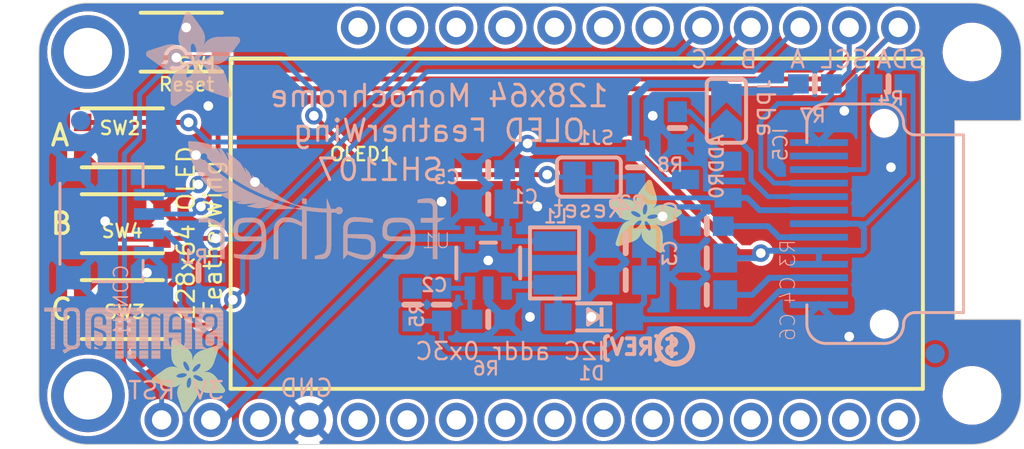
<source format=kicad_pcb>
(kicad_pcb (version 20221018) (generator pcbnew)
  (layers (0 "F.Cu" signal) (31 "B.Cu" signal) (34 "B.Paste" user) (35 "F.Paste" user) (36 "B.SilkS" user "B.Silkscreen") (37 "F.SilkS" user "F.Silkscreen") (38 "B.Mask" user) (39 "F.Mask" user) (44 "Edge.Cuts" user))
  (net 0 "")
  (net 1 "GND")
  (net 2 "~{RESET}")
  (net 3 "3.3V")
  (net 4 "J")
  (net 5 "I")
  (net 6 "H")
  (net 7 "SDA")
  (net 8 "SCL")
  (net 9 "~{OLED_RST}")
  (net 10 "N$7")
  (net 11 "VCOMH")
  (net 12 "+12V")
  (net 13 "N$1")
  (net 14 "N$3")
  (net 15 "N$2")
  (footprint "working:FIDUCIAL_1MM" (layer "F.Cu") (at 128.3081 111.9886)
    (fp_text reference "FID2" hide)
    (fp_text value "FIDUCIAL_1MM" hide)
    (pad "1" smd roundrect (at 0 0) (size 1 1) (layers "F.Cu" "F.Mask") (roundrect_rratio 0.5))
  )
  (footprint "working:FIDUCIAL_1MM" (layer "F.Cu") (at 136.9441 95.3516)
    (fp_text reference "FID3" hide)
    (fp_text value "FIDUCIAL_1MM" hide)
    (pad "1" smd roundrect (at 0 0) (size 1 1) (layers "F.Cu" "F.Mask") (roundrect_rratio 0.5))
  )
  (footprint "working:ADAFRUIT_3.5MM" (layer "F.Cu") (at 132.7531 110.9726 180)
    (fp_text reference "U$37" hide)
    (fp_text value "" hide)
  )
  (footprint "working:QT1107P11A" (layer "F.Cu") (at 168.8211 105.0036)
    (fp_text reference "OLED1" (at -30.75 -3.6) (layer "F.SilkS") (effects (font (size 0.692831 0.692831) (thickness 0.119969)) (justify left)))
    (fp_text value "OLED_128X64_SH1107")
    (pad "" np_thru_hole circle (at -2 -5.2) (size 1 1) (drill 1) (layers "*.Cu" "*.Mask"))
    (pad "" np_thru_hole circle (at -2 5.2) (size 1 1) (drill 1) (layers "*.Cu" "*.Mask"))
    (pad "1" smd rect (at -5.38 4.2 180) (size 3 0.35) (layers "B.Cu" "B.Mask") (net 1 "GND"))
    (pad "2" smd rect (at -5.38 3.5 180) (size 3 0.35) (layers "B.Cu" "B.Mask") (net 12 "+12V"))
    (pad "3" smd rect (at -5.38 2.8 180) (size 3 0.35) (layers "B.Cu" "B.Mask") (net 11 "VCOMH"))
    (pad "4" smd rect (at -5.38 2.1 180) (size 3 0.35) (layers "B.Cu" "B.Mask") (net 3 "3.3V"))
    (pad "5" smd rect (at -5.38 1.4 180) (size 3 0.35) (layers "B.Cu" "B.Mask") (net 3 "3.3V"))
    (pad "6" smd rect (at -5.38 0.7 180) (size 3 0.35) (layers "B.Cu" "B.Mask") (net 10 "N$7"))
    (pad "7" smd rect (at -5.38 0 180) (size 3 0.35) (layers "B.Cu" "B.Mask") (net 3 "3.3V"))
    (pad "8" smd rect (at -5.38 -0.7 180) (size 3 0.35) (layers "B.Cu" "B.Mask") (net 9 "~{OLED_RST}"))
    (pad "9" smd rect (at -5.38 -1.4 180) (size 3 0.35) (layers "B.Cu" "B.Mask") (net 15 "N$2"))
    (pad "10" smd rect (at -5.38 -2.1 180) (size 3 0.35) (layers "B.Cu" "B.Mask") (net 8 "SCL"))
    (pad "11" smd rect (at -5.38 -2.8 180) (size 3 0.35) (layers "B.Cu" "B.Mask") (net 7 "SDA"))
    (pad "12" smd rect (at -5.38 -3.5 180) (size 3 0.35) (layers "B.Cu" "B.Mask") (net 1 "GND"))
    (pad "13" smd rect (at -5.38 -4.2 180) (size 3 0.35) (layers "B.Cu" "B.Mask") (net 1 "GND"))
  )
  (footprint "working:FEATHERWING_NODIM" (layer "F.Cu") (at 123.1011 116.4336)
    (fp_text reference "MS1" hide)
    (fp_text value "FEATHERWING_NODIM" hide)
    (pad "" np_thru_hole circle (at 48.26 -20.32) (size 2.54 2.54) (drill 2.54) (layers "*.Cu" "*.Mask"))
    (pad "" np_thru_hole circle (at 48.26 -2.54) (size 2.54 2.54) (drill 2.54) (layers "*.Cu" "*.Mask"))
    (pad "1" thru_hole circle (at 6.35 -1.27) (size 1.778 1.778) (drill 1) (layers "*.Cu" "*.Mask") (net 2 "~{RESET}"))
    (pad "2" thru_hole circle (at 8.89 -1.27) (size 1.778 1.778) (drill 1) (layers "*.Cu" "*.Mask") (net 3 "3.3V"))
    (pad "3" thru_hole circle (at 11.43 -1.27) (size 1.778 1.778) (drill 1) (layers "*.Cu" "*.Mask"))
    (pad "4" thru_hole circle (at 13.97 -1.27) (size 1.778 1.778) (drill 1) (layers "*.Cu" "*.Mask") (net 1 "GND"))
    (pad "5" thru_hole circle (at 16.51 -1.27) (size 1.778 1.778) (drill 1) (layers "*.Cu" "*.Mask"))
    (pad "6" thru_hole circle (at 19.05 -1.27) (size 1.778 1.778) (drill 1) (layers "*.Cu" "*.Mask"))
    (pad "7" thru_hole circle (at 21.59 -1.27) (size 1.778 1.778) (drill 1) (layers "*.Cu" "*.Mask"))
    (pad "8" thru_hole circle (at 24.13 -1.27) (size 1.778 1.778) (drill 1) (layers "*.Cu" "*.Mask"))
    (pad "9" thru_hole circle (at 26.67 -1.27) (size 1.778 1.778) (drill 1) (layers "*.Cu" "*.Mask"))
    (pad "10" thru_hole circle (at 29.21 -1.27) (size 1.778 1.778) (drill 1) (layers "*.Cu" "*.Mask"))
    (pad "11" thru_hole circle (at 31.75 -1.27) (size 1.778 1.778) (drill 1) (layers "*.Cu" "*.Mask"))
    (pad "12" thru_hole circle (at 34.29 -1.27) (size 1.778 1.778) (drill 1) (layers "*.Cu" "*.Mask"))
    (pad "13" thru_hole circle (at 36.83 -1.27) (size 1.778 1.778) (drill 1) (layers "*.Cu" "*.Mask"))
    (pad "14" thru_hole circle (at 39.37 -1.27) (size 1.778 1.778) (drill 1) (layers "*.Cu" "*.Mask"))
    (pad "15" thru_hole circle (at 41.91 -1.27) (size 1.778 1.778) (drill 1) (layers "*.Cu" "*.Mask"))
    (pad "16" thru_hole circle (at 44.45 -1.27) (size 1.778 1.778) (drill 1) (layers "*.Cu" "*.Mask"))
    (pad "17" thru_hole circle (at 44.45 -21.59) (size 1.778 1.778) (drill 1) (layers "*.Cu" "*.Mask") (net 7 "SDA"))
    (pad "18" thru_hole circle (at 41.91 -21.59) (size 1.778 1.778) (drill 1) (layers "*.Cu" "*.Mask") (net 8 "SCL"))
    (pad "19" thru_hole circle (at 39.37 -21.59) (size 1.778 1.778) (drill 1) (layers "*.Cu" "*.Mask") (net 6 "H"))
    (pad "20" thru_hole circle (at 36.83 -21.59) (size 1.778 1.778) (drill 1) (layers "*.Cu" "*.Mask") (net 5 "I"))
    (pad "21" thru_hole circle (at 34.29 -21.59) (size 1.778 1.778) (drill 1) (layers "*.Cu" "*.Mask") (net 4 "J"))
    (pad "22" thru_hole circle (at 31.75 -21.59) (size 1.778 1.778) (drill 1) (layers "*.Cu" "*.Mask"))
    (pad "23" thru_hole circle (at 29.21 -21.59) (size 1.778 1.778) (drill 1) (layers "*.Cu" "*.Mask"))
    (pad "24" thru_hole circle (at 26.67 -21.59) (size 1.778 1.778) (drill 1) (layers "*.Cu" "*.Mask"))
    (pad "25" thru_hole circle (at 24.13 -21.59) (size 1.778 1.778) (drill 1) (layers "*.Cu" "*.Mask"))
    (pad "26" thru_hole circle (at 21.59 -21.59) (size 1.778 1.778) (drill 1) (layers "*.Cu" "*.Mask"))
    (pad "27" thru_hole circle (at 19.05 -21.59) (size 1.778 1.778) (drill 1) (layers "*.Cu" "*.Mask"))
    (pad "28" thru_hole circle (at 16.51 -21.59) (size 1.778 1.778) (drill 1) (layers "*.Cu" "*.Mask"))
    (pad "P$1" thru_hole circle (at 2.54 -20.32) (size 3.81 3.81) (drill 2.5) (layers "*.Cu" "*.Mask"))
    (pad "P$2" thru_hole circle (at 2.54 -2.54) (size 3.81 3.81) (drill 2.5) (layers "*.Cu" "*.Mask"))
  )
  (footprint "working:BTN_KMR2_4.6X2.8" (layer "F.Cu") (at 127.4191 105.0036)
    (fp_text reference "SW4" (at -1.143 0.381) (layer "F.SilkS") (effects (font (size 0.692831 0.692831) (thickness 0.119969)) (justify left)))
    (fp_text value "KMR2")
    (pad "A" smd rect (at 2.05 -0.8) (size 0.9 0.9) (layers "F.Cu" "F.Paste" "F.Mask") (net 1 "GND"))
    (pad "A'" smd rect (at -2.05 -0.8) (size 0.9 0.9) (layers "F.Cu" "F.Paste" "F.Mask") (net 1 "GND"))
    (pad "B" smd rect (at 2.05 0.8) (size 0.9 0.9) (layers "F.Cu" "F.Paste" "F.Mask") (net 5 "I"))
    (pad "B'" smd rect (at -2.05 0.8) (size 0.9 0.9) (layers "F.Cu" "F.Paste" "F.Mask") (net 5 "I"))
  )
  (footprint "working:BTN_KMR2_4.6X2.8" (layer "F.Cu") (at 130.4671 95.6056)
    (fp_text reference "SW1" (at -0.254 1.143) (layer "F.SilkS") (effects (font (size 0.692831 0.692831) (thickness 0.119969)) (justify left)))
    (fp_text value "KMR2")
    (pad "A" smd rect (at 2.05 -0.8) (size 0.9 0.9) (layers "F.Cu" "F.Paste" "F.Mask") (net 1 "GND"))
    (pad "A'" smd rect (at -2.05 -0.8) (size 0.9 0.9) (layers "F.Cu" "F.Paste" "F.Mask") (net 1 "GND"))
    (pad "B" smd rect (at 2.05 0.8) (size 0.9 0.9) (layers "F.Cu" "F.Paste" "F.Mask") (net 2 "~{RESET}"))
    (pad "B'" smd rect (at -2.05 0.8) (size 0.9 0.9) (layers "F.Cu" "F.Paste" "F.Mask") (net 2 "~{RESET}"))
  )
  (footprint "working:BTN_KMR2_4.6X2.8" (layer "F.Cu") (at 127.4191 109.4486)
    (fp_text reference "SW3" (at -1.016 0.127) (layer "F.SilkS") (effects (font (size 0.692831 0.692831) (thickness 0.119969)) (justify left)))
    (fp_text value "KMR2")
    (pad "A" smd rect (at 2.05 -0.8) (size 0.9 0.9) (layers "F.Cu" "F.Paste" "F.Mask") (net 1 "GND"))
    (pad "A'" smd rect (at -2.05 -0.8) (size 0.9 0.9) (layers "F.Cu" "F.Paste" "F.Mask") (net 1 "GND"))
    (pad "B" smd rect (at 2.05 0.8) (size 0.9 0.9) (layers "F.Cu" "F.Paste" "F.Mask") (net 6 "H"))
    (pad "B'" smd rect (at -2.05 0.8) (size 0.9 0.9) (layers "F.Cu" "F.Paste" "F.Mask") (net 6 "H"))
  )
  (footprint "working:ADAFRUIT_3.5MM" (layer "F.Cu") (at 152.5651 106.5276)
    (fp_text reference "U$16" hide)
    (fp_text value "" hide)
  )
  (footprint "working:BTN_KMR2_4.6X2.8" (layer "F.Cu") (at 127.4191 100.5586 180)
    (fp_text reference "SW2" (at -1.016 0.508) (layer "F.SilkS") (effects (font (size 0.692831 0.692831) (thickness 0.119969)) (justify right)))
    (fp_text value "KMR2")
    (pad "A" smd rect (at 2.05 -0.8 180) (size 0.9 0.9) (layers "F.Cu" "F.Paste" "F.Mask") (net 1 "GND"))
    (pad "A'" smd rect (at -2.05 -0.8 180) (size 0.9 0.9) (layers "F.Cu" "F.Paste" "F.Mask") (net 1 "GND"))
    (pad "B" smd rect (at 2.05 0.8 180) (size 0.9 0.9) (layers "F.Cu" "F.Paste" "F.Mask") (net 4 "J"))
    (pad "B'" smd rect (at -2.05 0.8 180) (size 0.9 0.9) (layers "F.Cu" "F.Paste" "F.Mask") (net 4 "J"))
  )
  (footprint "working:0603-NO" (layer "B.Cu") (at 142.4051 109.1946 -90)
    (fp_text reference "R5" (at 1.27 -0.254 -270) (layer "B.SilkS") (effects (font (size 0.692831 0.692831) (thickness 0.119969)) (justify right mirror)))
    (fp_text value "100K")
    (pad "1" smd rect (at -0.85 0 270) (size 1.075 1) (layers "B.Cu" "B.Paste" "B.Mask") (net 14 "N$3"))
    (pad "2" smd rect (at 0.85 0 270) (size 1.075 1) (layers "B.Cu" "B.Paste" "B.Mask") (net 12 "+12V"))
  )
  (footprint "working:0603-NO" (layer "B.Cu") (at 143.9291 109.1946 90)
    (fp_text reference "C2" (at 1.016 0.381 180) (layer "B.SilkS") (effects (font (size 0.692831 0.692831) (thickness 0.119969)) (justify left mirror)))
    (fp_text value "0.1uF")
    (pad "1" smd rect (at -0.85 0 90) (size 1.075 1) (layers "B.Cu" "B.Paste" "B.Mask") (net 12 "+12V"))
    (pad "2" smd rect (at 0.85 0 90) (size 1.075 1) (layers "B.Cu" "B.Paste" "B.Mask") (net 14 "N$3"))
  )
  (footprint "working:STEMMAQT" (layer "B.Cu") (at 132.6261 111.9886 180)
    (fp_text reference "U$35" hide)
    (fp_text value "" hide)
  )
  (footprint "working:0603-NO" (layer "B.Cu") (at 153.9621 102.0826 90)
    (fp_text reference "R2" (at -1.8415 0.5715 180) (layer "B.SilkS") (effects (font (size 0.692831 0.692831) (thickness 0.119969)) (justify left mirror)))
    (fp_text value "12K")
    (pad "1" smd rect (at -0.85 0 90) (size 1.075 1) (layers "B.Cu" "B.Paste" "B.Mask") (net 9 "~{OLED_RST}"))
    (pad "2" smd rect (at 0.85 0 90) (size 1.075 1) (layers "B.Cu" "B.Paste" "B.Mask") (net 3 "3.3V"))
  )
  (footprint "working:FIDUCIAL_1MM" (layer "B.Cu") (at 169.4561 111.7346 180)
    (fp_text reference "FID1" hide)
    (fp_text value "FIDUCIAL_1MM" hide)
    (pad "1" smd roundrect (at 0 0 180) (size 1 1) (layers "B.Cu" "B.Mask") (roundrect_rratio 0.5))
  )
  (footprint "working:SOT23" (layer "B.Cu") (at 157.6451 102.7176 -90)
    (fp_text reference "IC5" (at -0.889 -3.81 -270) (layer "B.SilkS") (effects (font (size 0.719328 0.719328) (thickness 0.093472)) (justify right mirror)))
    (fp_text value "APX803")
    (pad "1" smd rect (at -0.95 -1.1 270) (size 1 1.4) (layers "B.Cu" "B.Paste" "B.Mask") (net 1 "GND"))
    (pad "2" smd rect (at 0.95 -1.1 270) (size 1 1.4) (layers "B.Cu" "B.Paste" "B.Mask") (net 9 "~{OLED_RST}"))
    (pad "3" smd rect (at 0 1.1 270) (size 1 1.4) (layers "B.Cu" "B.Paste" "B.Mask") (net 3 "3.3V"))
  )
  (footprint "working:0603-NO" (layer "B.Cu") (at 163.2331 97.7646 180)
    (fp_text reference "R7" (at -0.635 -1.651) (layer "B.SilkS") (effects (font (size 0.692831 0.692831) (thickness 0.119969)) (justify left mirror)))
    (fp_text value "2.2K")
    (pad "1" smd rect (at -0.85 0 180) (size 1.075 1) (layers "B.Cu" "B.Paste" "B.Mask") (net 8 "SCL"))
    (pad "2" smd rect (at 0.85 0 180) (size 1.075 1) (layers "B.Cu" "B.Paste" "B.Mask") (net 3 "3.3V"))
  )
  (footprint "working:0603-NO" (layer "B.Cu") (at 157.6451 105.1306)
    (fp_text reference "R3" (at 4.191 0.635 -90) (layer "B.SilkS") (effects (font (size 0.75948 0.75948) (thickness 0.05332)) (justify left mirror)))
    (fp_text value "680K")
    (pad "1" smd rect (at -0.85 0) (size 1.075 1) (layers "B.Cu" "B.Paste" "B.Mask") (net 1 "GND"))
    (pad "2" smd rect (at 0.85 0) (size 1.075 1) (layers "B.Cu" "B.Paste" "B.Mask") (net 10 "N$7"))
  )
  (footprint "working:SOD-123" (layer "B.Cu") (at 151.8031 109.8296 180)
    (fp_text reference "D1" (at -0.635 -2.921) (layer "B.SilkS") (effects (font (size 0.692831 0.692831) (thickness 0.119969)) (justify left mirror)))
    (fp_text value "MBR120")
    (pad "A" smd rect (at 1.85 0 90) (size 1.4 1.4) (layers "B.Cu" "B.Paste" "B.Mask") (net 13 "N$1"))
    (pad "C" smd rect (at -1.85 0 90) (size 1.4 1.4) (layers "B.Cu" "B.Paste" "B.Mask") (net 12 "+12V"))
  )
  (footprint "working:0805-NO" (layer "B.Cu") (at 157.6451 108.6866)
    (fp_text reference "C6" (at 4.191 0.889 -90) (layer "B.SilkS") (effects (font (size 0.75948 0.75948) (thickness 0.05332)) (justify left mirror)))
    (fp_text value "10uF")
    (pad "1" smd rect (at -0.95 0) (size 1.24 1.5) (layers "B.Cu" "B.Paste" "B.Mask") (net 1 "GND"))
    (pad "2" smd rect (at 0.95 0) (size 1.24 1.5) (layers "B.Cu" "B.Paste" "B.Mask") (net 11 "VCOMH"))
  )
  (footprint "working:0603-NO" (layer "B.Cu") (at 156.1211 100.0506 90)
    (fp_text reference "R8" (at -1.905 0.381 180) (layer "B.SilkS") (effects (font (size 0.692831 0.692831) (thickness 0.119969)) (justify left mirror)))
    (fp_text value "12K")
    (pad "1" smd rect (at -0.85 0 90) (size 1.075 1) (layers "B.Cu" "B.Paste" "B.Mask") (net 1 "GND"))
    (pad "2" smd rect (at 0.85 0 90) (size 1.075 1) (layers "B.Cu" "B.Paste" "B.Mask") (net 15 "N$2"))
  )
  (footprint "working:ADAFRUIT_5MM" (layer "B.Cu") (at 133.5151 98.9076 180)
    (fp_text reference "U$8" hide)
    (fp_text value "" hide)
  )
  (footprint "working:0603-NO" (layer "B.Cu") (at 146.3421 109.9566 180)
    (fp_text reference "R6" (at -0.635 -2.54) (layer "B.SilkS") (effects (font (size 0.692831 0.692831) (thickness 0.119969)) (justify left mirror)))
    (fp_text value "12K")
    (pad "1" smd rect (at -0.85 0 180) (size 1.075 1) (layers "B.Cu" "B.Paste" "B.Mask") (net 1 "GND"))
    (pad "2" smd rect (at 0.85 0 180) (size 1.075 1) (layers "B.Cu" "B.Paste" "B.Mask") (net 14 "N$3"))
  )
  (footprint "working:PCBFEAT-REV-040" (layer "B.Cu") (at 155.9941 111.3536 180)
    (fp_text reference "U$14" hide)
    (fp_text value "" hide)
    (fp_text user "${REV}" (at -0.3556 -0.508) (layer "B.SilkS") (effects (font (size 0.8128 0.8128) (thickness 0.2032)) (justify left bottom mirror)))
  )
  (footprint "working:0603-NO" (layer "B.Cu") (at 167.0431 97.7646)
    (fp_text reference "R4" (at -0.635 0.762) (layer "B.SilkS") (effects (font (size 0.692831 0.692831) (thickness 0.119969)) (justify right mirror)))
    (fp_text value "2.2K")
    (pad "1" smd rect (at -0.85 0) (size 1.075 1) (layers "B.Cu" "B.Paste" "B.Mask") (net 7 "SDA"))
    (pad "2" smd rect (at 0.85 0) (size 1.075 1) (layers "B.Cu" "B.Paste" "B.Mask") (net 3 "3.3V"))
  )
  (footprint "working:SOLDERJUMPER_ARROW_NOPASTE" (layer "B.Cu") (at 158.6611 99.1616 90)
    (fp_text reference "ADDR0" (at -1.143 -0.508 90) (layer "B.SilkS") (effects (font (size 0.692831 0.692831) (thickness 0.119969)) (justify left mirror)))
    (fp_text value "")
    (fp_poly (pts (xy 0.106121 -0.002663) (xy -0.679416 -0.7882) (xy -1.3946 -0.7882) (xy -1.3946 0.7882) (xy -0.62715 0.7882)) (fill solid) (layer "B.Cu"))
    (fp_poly (pts (xy 1.3946 -0.7882) (xy -0.315893 -0.7882) (xy 0.443148 0) (xy -0.315893 0.7882) (xy 1.3946 0.7882)) (fill solid) (layer "B.Cu"))
    (pad "1" smd roundrect (at -1.016 0 90) (size 0.762 1.524) (layers "B.Cu") (net 15 "N$2"))
    (pad "2" smd roundrect (at 1.016 0 90) (size 0.762 1.524) (layers "B.Cu") (net 3 "3.3V"))
  )
  (footprint "working:INDUCTOR_1007" (layer "B.Cu") (at 149.7711 107.0356 -90)
    (fp_text reference "L1" (at -2.413 0.635 -180) (layer "B.SilkS") (effects (font (size 0.692831 0.692831) (thickness 0.119969)) (justify right mirror)))
    (fp_text value "10uH")
    (pad "P$1" smd rect (at -1.127 0 270) (size 1.016 2.2) (layers "B.Cu" "B.Paste" "B.Mask") (net 3 "3.3V"))
    (pad "P$2" smd rect (at 1.127 0 270) (size 1.016 2.2) (layers "B.Cu" "B.Paste" "B.Mask") (net 13 "N$1"))
  )
  (footprint "working:FEATHERLOGO_SMALL" (layer "B.Cu") (at 144.1831 106.9086 180)
    (fp_text reference "U$36" hide)
    (fp_text value "" hide)
  )
  (footprint "working:JST_SH4" (layer "B.Cu") (at 126.2761 105.0036 90)
    (fp_text reference "CONN1" (at -2.06 1.074 90) (layer "B.SilkS") (effects (font (size 0.738022 0.738022) (thickness 0.074778)) (justify left mirror)))
    (fp_text value "STEMMA_I2C_QT" hide)
    (pad "1" smd rect (at -1.5 2.514) (size 1.55 0.6) (layers "B.Cu" "B.Paste" "B.Mask") (net 1 "GND"))
    (pad "2" smd rect (at -0.5 2.514) (size 1.55 0.6) (layers "B.Cu" "B.Paste" "B.Mask") (net 3 "3.3V"))
    (pad "3" smd rect (at 0.5 2.514) (size 1.55 0.6) (layers "B.Cu" "B.Paste" "B.Mask") (net 7 "SDA"))
    (pad "4" smd rect (at 1.5 2.514) (size 1.55 0.6) (layers "B.Cu" "B.Paste" "B.Mask") (net 8 "SCL"))
    (pad "MT1" smd rect (at -2.8 -1.386) (size 1.8 1.2) (layers "B.Cu" "B.Paste" "B.Mask") (net 1 "GND"))
    (pad "MT2" smd rect (at 2.8 -1.386) (size 1.8 1.2) (layers "B.Cu" "B.Paste" "B.Mask") (net 1 "GND"))
  )
  (footprint "working:0805-NO" (layer "B.Cu") (at 153.4541 106.0196 180)
    (fp_text reference "C7" (at -2.286 0.762 270) (layer "B.SilkS") (effects (font (size 0.692831 0.692831) (thickness 0.119969)) (justify right mirror)))
    (fp_text value "10uF/16V")
    (pad "1" smd rect (at -0.95 0 180) (size 1.24 1.5) (layers "B.Cu" "B.Paste" "B.Mask") (net 12 "+12V"))
    (pad "2" smd rect (at 0.95 0 180) (size 1.24 1.5) (layers "B.Cu" "B.Paste" "B.Mask") (net 1 "GND"))
  )
  (footprint "working:0603-NO" (layer "B.Cu") (at 131.3561 107.5436 180)
    (fp_text reference "R1" (at -0.5715 0.8255) (layer "B.SilkS") (effects (font (size 0.692831 0.692831) (thickness 0.119969)) (justify left mirror)))
    (fp_text value "100K")
    (pad "1" smd rect (at -0.85 0 180) (size 1.075 1) (layers "B.Cu" "B.Paste" "B.Mask") (net 5 "I"))
    (pad "2" smd rect (at 0.85 0 180) (size 1.075 1) (layers "B.Cu" "B.Paste" "B.Mask") (net 3 "3.3V"))
  )
  (footprint "working:0805-NO" (layer "B.Cu") (at 146.3421 103.9876 180)
    (fp_text reference "C1" (at -1.143 0.381) (layer "B.SilkS") (effects (font (size 0.692831 0.692831) (thickness 0.119969)) (justify right mirror)))
    (fp_text value "10uF")
    (pad "1" smd rect (at -0.95 0 180) (size 1.24 1.5) (layers "B.Cu" "B.Paste" "B.Mask") (net 3 "3.3V"))
    (pad "2" smd rect (at 0.95 0 180) (size 1.24 1.5) (layers "B.Cu" "B.Paste" "B.Mask") (net 1 "GND"))
  )
  (footprint "working:0805-NO" (layer "B.Cu") (at 153.4541 107.9246 180)
    (fp_text reference "C3" (at -2.286 0.635 270) (layer "B.SilkS") (effects (font (size 0.692831 0.692831) (thickness 0.119969)) (justify right mirror)))
    (fp_text value "10uF/16V")
    (pad "1" smd rect (at -0.95 0 180) (size 1.24 1.5) (layers "B.Cu" "B.Paste" "B.Mask") (net 12 "+12V"))
    (pad "2" smd rect (at 0.95 0 180) (size 1.24 1.5) (layers "B.Cu" "B.Paste" "B.Mask") (net 1 "GND"))
  )
  (footprint "working:FIDUCIAL_1MM" (layer "B.Cu") (at 125.2601 99.6696 180)
    (fp_text reference "FID4" hide)
    (fp_text value "FIDUCIAL_1MM" hide)
    (pad "1" smd roundrect (at 0 0 180) (size 1 1) (layers "B.Cu" "B.Mask") (roundrect_rratio 0.5))
  )
  (footprint "working:0805-NO" (layer "B.Cu") (at 157.6451 106.7816)
    (fp_text reference "C4" (at 4.191 0.889 -90) (layer "B.SilkS") (effects (font (size 0.75948 0.75948) (thickness 0.05332)) (justify left mirror)))
    (fp_text value "10uF")
    (pad "1" smd rect (at -0.95 0) (size 1.24 1.5) (layers "B.Cu" "B.Paste" "B.Mask") (net 1 "GND"))
    (pad "2" smd rect (at 0.95 0) (size 1.24 1.5) (layers "B.Cu" "B.Paste" "B.Mask") (net 3 "3.3V"))
  )
  (footprint "working:0603-NO" (layer "B.Cu") (at 146.3421 102.2096)
    (fp_text reference "C5" (at -1.397 0.381) (layer "B.SilkS") (effects (font (size 0.692831 0.692831) (thickness 0.119969)) (justify left mirror)))
    (fp_text value "0.1uF")
    (pad "1" smd rect (at -0.85 0) (size 1.075 1) (layers "B.Cu" "B.Paste" "B.Mask") (net 1 "GND"))
    (pad "2" smd rect (at 0.85 0) (size 1.075 1) (layers "B.Cu" "B.Paste" "B.Mask") (net 3 "3.3V"))
  )
  (footprint "working:SOT23-5" (layer "B.Cu") (at 146.3421 107.0356 180)
    (fp_text reference "U1" (at 1.905 1.143) (layer "B.SilkS") (effects (font (size 0.75948 0.75948) (thickness 0.05332)) (justify left mirror)))
    (fp_text value "FAN5331SX")
    (pad "1" smd rect (at -0.95 -1.3001 180) (size 0.55 1.2) (layers "B.Cu" "B.Paste" "B.Mask") (net 13 "N$1"))
    (pad "2" smd rect (at 0 -1.3001 180) (size 0.55 1.2) (layers "B.Cu" "B.Paste" "B.Mask") (net 1 "GND"))
    (pad "3" smd rect (at 0.95 -1.3001 180) (size 0.55 1.2) (layers "B.Cu" "B.Paste" "B.Mask") (net 14 "N$3"))
    (pad "4" smd rect (at 0.95 1.3001 180) (size 0.55 1.2) (layers "B.Cu" "B.Paste" "B.Mask") (net 3 "3.3V"))
    (pad "5" smd rect (at -0.95 1.3001 180) (size 0.55 1.2) (layers "B.Cu" "B.Paste" "B.Mask") (net 3 "3.3V"))
  )
  (footprint "working:SOLDERJUMPER_CLOSEDWIRE" (layer "B.Cu") (at 151.5491 102.5906)
    (fp_text reference "SJ1" (at -0.635 -2.032) (layer "B.SilkS") (effects (font (size 0.692831 0.692831) (thickness 0.119969)) (justify right mirror)))
    (fp_text value "")
    (pad "1" smd rect (at -0.762 0) (size 1.1684 1.6002) (layers "B.Cu") (net 2 "~{RESET}"))
    (pad "2" smd rect (at 0.762 0) (size 1.1684 1.6002) (layers "B.Cu") (net 9 "~{OLED_RST}"))
    (pad "WIRE" smd rect (at 0 0 180) (size 0.635 0.2032) (layers "B.Cu"))
  )
  (gr_arc (start 173.9011 113.8936) (mid 173.157151 115.689651) (end 171.3611 116.4336) (stroke (width 0.05)) (layer "Edge.Cuts"))
  (gr_line (start 173.9011 109.9566) (end 170.4721 109.9566) (stroke (width 0.05)) (layer "Edge.Cuts"))
  (gr_line (start 173.9011 113.8936) (end 173.9011 109.9566) (stroke (width 0.05)) (layer "Edge.Cuts"))
  (gr_line (start 173.9011 99.6696) (end 173.9011 96.1136) (stroke (width 0.05)) (layer "Edge.Cuts"))
  (gr_line (start 170.4721 109.9566) (end 170.4721 99.6696) (stroke (width 0.05)) (layer "Edge.Cuts"))
  (gr_line (start 171.3611 93.5736) (end 125.6411 93.5736) (stroke (width 0.05)) (layer "Edge.Cuts"))
  (gr_line (start 123.1011 96.1136) (end 123.1011 113.8936) (stroke (width 0.05)) (layer "Edge.Cuts"))
  (gr_arc (start 125.6411 116.4336) (mid 123.845049 115.689651) (end 123.1011 113.8936) (stroke (width 0.05)) (layer "Edge.Cuts"))
  (gr_line (start 170.4721 99.6696) (end 173.9011 99.6696) (stroke (width 0.05)) (layer "Edge.Cuts"))
  (gr_line (start 125.6411 116.4336) (end 171.3611 116.4336) (stroke (width 0.05)) (layer "Edge.Cuts"))
  (gr_arc (start 123.1011 96.1136) (mid 123.845049 94.317549) (end 125.6411 93.5736) (stroke (width 0.05)) (layer "Edge.Cuts"))
  (gr_arc (start 171.3611 93.5736) (mid 173.157151 94.317549) (end 173.9011 96.1136) (stroke (width 0.05)) (layer "Edge.Cuts"))
  (gr_text "addr" (at 160.6931 99.0346 -90) (layer "B.SilkS") (effects (font (size 0.89408 0.89408) (thickness 0.12192)) (justify mirror)))
  (gr_text "Reset" (at 151.5491 104.2416) (layer "B.SilkS") (effects (font (size 0.89408 0.89408) (thickness 0.12192)) (justify mirror)))
  (gr_text "SH1107" (at 140.7541 102.2096) (layer "B.SilkS") (effects (font (size 1.1176 1.1176) (thickness 0.1524)) (justify mirror)))
  (gr_text "A" (at 162.3441 96.4946) (layer "B.SilkS") (effects (font (size 0.89408 0.89408) (thickness 0.12192)) (justify mirror)))
  (gr_text "C" (at 157.2641 96.4946) (layer "B.SilkS") (effects (font (size 0.89408 0.89408) (thickness 0.12192)) (justify mirror)))
  (gr_text "I2C addr 0x3C" (at 147.4851 111.6076) (layer "B.SilkS") (effects (font (size 0.89408 0.89408) (thickness 0.12192)) (justify mirror)))
  (gr_text "GND" (at 136.9441 113.5126) (layer "B.SilkS") (effects (font (size 0.89408 0.89408) (thickness 0.12192)) (justify mirror)))
  (gr_text "128x64 Monochrome\nOLED FeatherWing" (at 143.8021 99.2886) (layer "B.SilkS") (effects (font (size 1.1176 1.1176) (thickness 0.1524)) (justify mirror)))
  (gr_text "B" (at 159.8041 96.4946) (layer "B.SilkS") (effects (font (size 0.89408 0.89408) (thickness 0.12192)) (justify mirror)))
  (gr_text "RST" (at 128.9431 113.6396) (layer "B.SilkS") (effects (font (size 0.89408 0.89408) (thickness 0.12192)) (justify mirror)))
  (gr_text "SCL" (at 164.7571 96.4946) (layer "B.SilkS") (effects (font (size 0.89408 0.89408) (thickness 0.12192)) (justify mirror)))
  (gr_text "3V" (at 131.8641 113.6396) (layer "B.SilkS") (effects (font (size 0.89408 0.89408) (thickness 0.12192)) (justify mirror)))
  (gr_text "SDA" (at 167.6781 96.4946) (layer "B.SilkS") (effects (font (size 0.89408 0.89408) (thickness 0.12192)) (justify mirror)))
  (gr_text "128x64 OLED" (at 131.2291 110.0836 90) (layer "F.SilkS") (effects (font (size 0.89408 0.89408) (thickness 0.12192)) (justify left bottom)))
  (gr_text "FeatherWing" (at 132.6261 109.8296 90) (layer "F.SilkS") (effects (font (size 0.89408 0.89408) (thickness 0.12192)) (justify left bottom)))
  (gr_text "A" (at 123.6091 101.0666) (layer "F.SilkS") (effects (font (size 1.0922 1.0922) (thickness 0.1778)) (justify left bottom)))
  (gr_text "C" (at 123.6091 110.0836) (layer "F.SilkS") (effects (font (size 1.0922 1.0922) (thickness 0.1778)) (justify left bottom)))
  (gr_text "Reset" (at 132.2451 97.3836) (layer "F.SilkS") (effects (font (size 0.699008 0.699008) (thickness 0.113792)) (justify right top)))
  (gr_text "B" (at 123.6091 105.6386) (layer "F.SilkS") (effects (font (size 1.0922 1.0922) (thickness 0.1778)) (justify left bottom)))
  (via (at 146.3421 106.9086) (size 0.9064) (drill 0.5) (layers "F.Cu" "B.Cu") (net 1))
  (via (at 148.8821 104.1146) (size 0.9064) (drill 0.5) (layers "F.Cu" "B.Cu") (net 1))
  (via (at 143.9291 103.8606) (size 0.9064) (drill 0.5) (layers "F.Cu" "B.Cu") (net 1))
  (via (at 126.5301 104.8766) (size 0.9064) (drill 0.5) (layers "F.Cu" "B.Cu") (net 1))
  (via (at 131.8641 98.9076) (size 0.9064) (drill 0.5) (layers "F.Cu" "B.Cu") (net 1))
  (via (at 165.0111 110.8456) (size 0.9064) (drill 0.5) (layers "F.Cu" "B.Cu") (net 1))
  (via (at 148.5011 109.8296) (size 0.9064) (drill 0.5) (layers "F.Cu" "B.Cu") (net 1))
  (via (at 131.2291 101.4476) (size 0.9064) (drill 0.5) (layers "F.Cu" "B.Cu") (net 1))
  (via (at 154.8511 99.4156) (size 0.9064) (drill 0.5) (layers "F.Cu" "B.Cu") (net 1))
  (via (at 134.2771 102.8446) (size 0.9064) (drill 0.5) (layers "F.Cu" "B.Cu") (net 1))
  (via (at 151.6761 109.8296) (size 0.9064) (drill 0.5) (layers "F.Cu" "B.Cu") (net 1))
  (via (at 130.7211 94.8436) (size 0.9064) (drill 0.5) (layers "F.Cu" "B.Cu") (net 1))
  (via (at 155.3591 104.6226) (size 0.9064) (drill 0.5) (layers "F.Cu" "B.Cu") (net 1))
  (via (at 167.1701 102.0826) (size 0.9064) (drill 0.5) (layers "F.Cu" "B.Cu") (net 1))
  (via (at 164.7571 99.1616) (size 0.9064) (drill 0.5) (layers "F.Cu" "B.Cu") (net 1))
  (via (at 128.6891 107.5436) (size 0.9064) (drill 0.5) (layers "F.Cu" "B.Cu") (net 1))
  (segment (start 158.0921 101.7676) (end 157.2251 100.9006) (width 0.254) (layer "B.Cu") (net 1))
  (segment (start 158.7451 101.7676) (end 158.0921 101.7676) (width 0.254) (layer "B.Cu") (net 1))
  (segment (start 147.1921 109.9176) (end 147.1921 109.9566) (width 0.4064) (layer "B.Cu") (net 1))
  (segment (start 146.3421 108.3357) (end 146.3421 109.0676) (width 0.4064) (layer "B.Cu") (net 1))
  (segment (start 157.2251 100.9006) (end 156.1211 100.9006) (width 0.254) (layer "B.Cu") (net 1))
  (segment (start 146.3421 109.0676) (end 147.1921 109.9176) (width 0.4064) (layer "B.Cu") (net 1))
  (segment (start 140.3731 102.4636) (end 137.3251 99.4156) (width 0.254) (layer "F.Cu") (net 2))
  (segment (start 128.4171 96.4056) (end 130.2131 96.4056) (width 0.254) (layer "F.Cu") (net 2))
  (segment (start 149.3901 102.4636) (end 140.3731 102.4636) (width 0.254) (layer "F.Cu") (net 2))
  (segment (start 130.2131 96.4056) (end 132.5171 96.4056) (width 0.254) (layer "F.Cu") (net 2))
  (via (at 137.3251 99.4156) (size 0.9064) (drill 0.5) (layers "F.Cu" "B.Cu") (net 2))
  (via (at 130.2131 96.4056) (size 0.9064) (drill 0.5) (layers "F.Cu" "B.Cu") (net 2))
  (via (at 149.3901 102.4636) (size 0.9064) (drill 0.5) (layers "F.Cu" "B.Cu") (net 2))
  (segment (start 130.2131 96.4056) (end 130.1686 96.4501) (width 0.254) (layer "B.Cu") (net 2))
  (segment (start 137.3251 99.4156) (end 137.3251 98.1456) (width 0.254) (layer "B.Cu") (net 2))
  (segment (start 127.5247 111.7132) (end 129.4511 113.6396) (width 0.254) (layer "B.Cu") (net 2))
  (segment (start 135.6296 96.4501) (end 130.1686 96.4501) (width 0.254) (layer "B.Cu") (net 2))
  (segment (start 137.3251 98.1456) (end 135.6296 96.4501) (width 0.254) (layer "B.Cu") (net 2))
  (segment (start 129.4511 113.6396) (end 129.4511 115.1636) (width 0.254) (layer "B.Cu") (net 2))
  (segment (start 128.3081 100.5937) (end 127.5247 101.3771) (width 0.254) (layer "B.Cu") (net 2))
  (segment (start 128.3081 98.3106) (end 128.3081 100.5937) (width 0.254) (layer "B.Cu") (net 2))
  (segment (start 130.1686 96.4501) (end 128.3081 98.3106) (width 0.254) (layer "B.Cu") (net 2))
  (segment (start 149.5171 102.5906) (end 149.3901 102.4636) (width 0.254) (layer "B.Cu") (net 2))
  (segment (start 150.7871 102.5906) (end 149.5171 102.5906) (width 0.254) (layer "B.Cu") (net 2))
  (segment (start 127.5247 101.3771) (end 127.5247 111.7132) (width 0.254) (layer "B.Cu") (net 2))
  (segment (start 160.4391 106.5276) (end 159.2961 106.5276) (width 0.4064) (layer "F.Cu") (net 3))
  (segment (start 153.6201 100.8516) (end 148.3741 100.8516) (width 0.4064) (layer "F.Cu") (net 3))
  (segment (start 159.2961 106.5276) (end 153.6201 100.8516) (width 0.4064) (layer "F.Cu") (net 3))
  (via (at 148.3741 100.8516) (size 0.9064) (drill 0.5) (layers "F.Cu" "B.Cu") (net 3))
  (via (at 160.4391 106.5276) (size 0.9064) (drill 0.5) (layers "F.Cu" "B.Cu") (net 3))
  (segment (start 168.3131 102.5906) (end 165.9001 105.0036) (width 0.254) (layer "B.Cu") (net 3))
  (segment (start 165.2651 105.0036) (end 163.4411 105.0036) (width 0.3048) (layer "B.Cu") (net 3))
  (segment (start 147.1921 102.2096) (end 147.2921 102.3096) (width 0.4064) (layer "B.Cu") (net 3))
  (segment (start 156.5451 102.7176) (end 155.4471 102.7176) (width 0.254) (layer "B.Cu") (net 3))
  (segment (start 158.5341 97.7646) (end 158.9151 98.1456) (width 0.4064) (layer "B.Cu") (net 3))
  (segment (start 160.5631 106.4036) (end 160.4391 106.5276) (width 0.3048) (layer "B.Cu") (net 3))
  (segment (start 153.9621 101.2326) (end 148.7551 101.2326) (width 0.4064) (layer "B.Cu") (net 3))
  (segment (start 129.704081 105.5036) (end 130.5061 106.305619) (width 0.3048) (layer "B.Cu") (net 3))
  (segment (start 163.4411 106.4036) (end 160.5631 106.4036) (width 0.3048) (layer "B.Cu") (net 3))
  (segment (start 165.5191 105.0036) (end 165.2651 105.0036) (width 0.3048) (layer "B.Cu") (net 3))
  (segment (start 142.0542 105.7355) (end 134.4676 113.3221) (width 0.4064) (layer "B.Cu") (net 3))
  (segment (start 163.4411 107.1036) (end 163.4411 106.4036) (width 0.3048) (layer "B.Cu") (net 3))
  (segment (start 147.2921 103.9876) (end 147.2921 102.3096) (width 0.4064) (layer "B.Cu") (net 3))
  (segment (start 162.3831 97.7646) (end 162.0021 98.1456) (width 0.4064) (layer "B.Cu") (net 3))
  (segment (start 148.2081 100.8516) (end 148.3741 100.8516) (width 0.4064) (layer "B.Cu") (net 3))
  (segment (start 153.9621 98.4386) (end 154.6361 97.7646) (width 0.4064) (layer "B.Cu") (net 3))
  (segment (start 163.4411 106.4036) (end 165.6431 106.4036) (width 0.3048) (layer "B.Cu") (net 3))
  (segment (start 154.6361 97.7646) (end 158.5341 97.7646) (width 0.4064) (layer "B.Cu") (net 3))
  (segment (start 165.9001 105.0036) (end 165.2651 105.0036) (width 0.254) (layer "B.Cu") (net 3))
  (segment (start 158.9151 98.1456) (end 158.6611 98.1456) (width 0.4064) (layer "B.Cu") (net 3))
  (segment (start 130.3791 107.6706) (end 130.3791 109.2336) (width 0.254) (layer "B.Cu") (net 3))
  (segment (start 160.4391 106.5276) (end 160.1851 106.7816) (width 0.3048) (layer "B.Cu") (net 3))
  (segment (start 147.2921 103.9876) (end 147.2921 105.7355) (width 0.3048) (layer "B.Cu") (net 3))
  (segment (start 130.3791 109.2336) (end 134.4676 113.3221) (width 0.254) (layer "B.Cu") (net 3))
  (segment (start 165.7731 106.2736) (end 165.7731 105.2576) (width 0.3048) (layer "B.Cu") (net 3))
  (segment (start 130.5061 107.5436) (end 130.5061 106.305619) (width 0.3048) (layer "B.Cu") (net 3))
  (segment (start 145.3921 105.7355) (end 142.0542 105.7355) (width 0.4064) (layer "B.Cu") (net 3))
  (segment (start 155.4471 102.7176) (end 153.9621 101.2326) (width 0.254) (layer "B.Cu") (net 3))
  (segment (start 147.2921 105.7355) (end 147.4652 105.9086) (width 0.3048) (layer "B.Cu") (net 3))
  (segment (start 160.1851 106.7816) (end 158.5951 106.7816) (width 0.3048) (layer "B.Cu") (net 3))
  (segment (start 147.4652 105.9086) (end 149.7711 105.9086) (width 0.3048) (layer "B.Cu") (net 3))
  (segment (start 145.3921 105.7355) (end 147.2921 105.7355) (width 0.3048) (layer "B.Cu") (net 3))
  (segment (start 162.0021 98.1456) (end 158.9151 98.1456) (width 0.4064) (layer "B.Cu") (net 3))
  (segment (start 132.6261 115.1636) (end 131.9911 115.1636) (width 0.4064) (layer "B.Cu") (net 3))
  (segment (start 128.7901 105.5036) (end 129.704081 105.5036) (width 0.3048) (layer "B.Cu") (net 3))
  (segment (start 168.3131 98.1846) (end 168.3131 102.5906) (width 0.254) (layer "B.Cu") (net 3))
  (segment (start 148.3741 100.8516) (end 148.7551 101.2326) (width 0.4064) (layer "B.Cu") (net 3))
  (segment (start 134.4676 113.3221) (end 132.6261 115.1636) (width 0.4064) (layer "B.Cu") (net 3))
  (segment (start 130.5061 107.5436) (end 130.3791 107.6706) (width 0.254) (layer "B.Cu") (net 3))
  (segment (start 147.2921 102.3096) (end 147.2921 101.7676) (width 0.4064) (layer "B.Cu") (net 3))
  (segment (start 165.7731 105.2576) (end 165.5191 105.0036) (width 0.3048) (layer "B.Cu") (net 3))
  (segment (start 153.9621 101.2326) (end 153.9621 98.4386) (width 0.4064) (layer "B.Cu") (net 3))
  (segment (start 147.2921 101.7676) (end 148.2081 100.8516) (width 0.4064) (layer "B.Cu") (net 3))
  (segment (start 165.6431 106.4036) (end 165.7731 106.2736) (width 0.3048) (layer "B.Cu") (net 3))
  (segment (start 167.8931 97.7646) (end 168.3131 98.1846) (width 0.254) (layer "B.Cu") (net 3))
  (segment (start 130.8481 99.7586) (end 125.3691 99.7586) (width 0.254) (layer "F.Cu") (net 4))
  (segment (start 129.4691 99.7586) (end 130.8481 99.7586) (width 0.254) (layer "F.Cu") (net 4))
  (via (at 130.8481 99.7586) (size 0.9064) (drill 0.5) (layers "F.Cu" "B.Cu") (net 4))
  (segment (start 131.8641 100.7746) (end 130.8481 99.7586) (width 0.254) (layer "B.Cu") (net 4))
  (segment (start 142.661337 96.2152) (end 138.101937 100.7746) (width 0.254) (layer "B.Cu") (net 4))
  (segment (start 156.1211 96.2152) (end 142.661337 96.2152) (width 0.254) (layer "B.Cu") (net 4))
  (segment (start 138.101937 100.7746) (end 131.8641 100.7746) (width 0.254) (layer "B.Cu") (net 4))
  (segment (start 157.3911 94.9452) (end 156.1211 96.2152) (width 0.254) (layer "B.Cu") (net 4))
  (segment (start 157.3911 94.8436) (end 157.3911 94.9452) (width 0.254) (layer "B.Cu") (net 4))
  (segment (start 125.3691 105.8036) (end 129.4691 105.8036) (width 0.254) (layer "F.Cu") (net 5))
  (segment (start 129.4691 105.8036) (end 129.5071 105.7656) (width 0.254) (layer "F.Cu") (net 5))
  (segment (start 129.5071 105.7656) (end 132.2529 105.7656) (width 0.254) (layer "F.Cu") (net 5))
  (via (at 132.2529 105.7656) (size 0.9064) (drill 0.5) (layers "F.Cu" "B.Cu") (net 5))
  (segment (start 133.719518 105.8036) (end 132.2909 105.8036) (width 0.254) (layer "B.Cu") (net 5))
  (segment (start 142.850718 96.6724) (end 133.719518 105.8036) (width 0.254) (layer "B.Cu") (net 5))
  (segment (start 132.2061 105.8884) (end 132.2909 105.8036) (width 0.254) (layer "B.Cu") (net 5))
  (segment (start 157.8991 96.6724) (end 142.850718 96.6724) (width 0.254) (layer "B.Cu") (net 5))
  (segment (start 132.2061 107.5436) (end 132.2061 105.8884) (width 0.254) (layer "B.Cu") (net 5))
  (segment (start 159.7279 94.8436) (end 157.8991 96.6724) (width 0.254) (layer "B.Cu") (net 5))
  (segment (start 159.9311 94.8436) (end 159.7279 94.8436) (width 0.254) (layer "B.Cu") (net 5))
  (segment (start 132.2909 105.8036) (end 132.2529 105.7656) (width 0.254) (layer "B.Cu") (net 5))
  (segment (start 133.1341 108.9406) (end 131.8261 110.2486) (width 0.254) (layer "F.Cu") (net 6))
  (segment (start 125.3691 110.2486) (end 129.4691 110.2486) (width 0.254) (layer "F.Cu") (net 6))
  (segment (start 129.4691 110.2486) (end 131.8261 110.2486) (width 0.254) (layer "F.Cu") (net 6))
  (via (at 133.1341 108.9406) (size 0.9064) (drill 0.5) (layers "F.Cu" "B.Cu") (net 6))
  (segment (start 162.3441 94.8436) (end 160.0581 97.1296) (width 0.254) (layer "B.Cu") (net 6))
  (segment (start 133.6421 108.4326) (end 133.1341 108.9406) (width 0.254) (layer "B.Cu") (net 6))
  (segment (start 162.4711 94.8436) (end 162.3441 94.8436) (width 0.254) (layer "B.Cu") (net 6))
  (segment (start 143.1671 97.1296) (end 133.6421 106.6546) (width 0.254) (layer "B.Cu") (net 6))
  (segment (start 160.0581 97.1296) (end 143.1671 97.1296) (width 0.254) (layer "B.Cu") (net 6))
  (segment (start 133.6421 106.6546) (end 133.6421 108.4326) (width 0.254) (layer "B.Cu") (net 6))
  (segment (start 133.0071 100.1776) (end 133.0071 102.5906) (width 0.254) (layer "F.Cu") (net 7))
  (segment (start 135.1661 98.0186) (end 133.0071 100.1776) (width 0.254) (layer "F.Cu") (net 7))
  (segment (start 133.0071 102.5906) (end 131.4831 104.1146) (width 0.254) (layer "F.Cu") (net 7))
  (segment (start 164.3761 98.0186) (end 135.1661 98.0186) (width 0.254) (layer "F.Cu") (net 7))
  (segment (start 167.5511 94.8436) (end 164.3761 98.0186) (width 0.254) (layer "F.Cu") (net 7))
  (via (at 131.4831 104.1146) (size 0.9064) (drill 0.5) (layers "F.Cu" "B.Cu") (net 7))
  (segment (start 166.1931 97.7646) (end 166.1931 96.2406) (width 0.254) (layer "B.Cu") (net 7))
  (segment (start 131.0941 104.5036) (end 128.7901 104.5036) (width 0.254) (layer "B.Cu") (net 7))
  (segment (start 163.4411 102.2036) (end 165.7731 102.2036) (width 0.254) (layer "B.Cu") (net 7))
  (segment (start 131.4831 104.1146) (end 131.0941 104.5036) (width 0.254) (layer "B.Cu") (net 7))
  (segment (start 167.5511 94.8436) (end 167.5511 94.8826) (width 0.254) (layer "B.Cu") (net 7))
  (segment (start 165.7731 98.1846) (end 165.7731 102.2036) (width 0.254) (layer "B.Cu") (net 7))
  (segment (start 166.1931 97.7646) (end 165.7731 98.1846) (width 0.254) (layer "B.Cu") (net 7))
  (segment (start 167.5511 94.8826) (end 166.1931 96.2406) (width 0.254) (layer "B.Cu") (net 7))
  (segment (start 132.3721 100.0506) (end 132.3721 101.9556) (width 0.254) (layer "F.Cu") (net 8))
  (segment (start 165.0111 96.2406) (end 163.7411 97.5106) (width 0.254) (layer "F.Cu") (net 8))
  (segment (start 132.3721 101.9556) (end 131.3561 102.9716) (width 0.254) (layer "F.Cu") (net 8))
  (segment (start 163.7411 97.5106) (end 134.9121 97.5106) (width 0.254) (layer "F.Cu") (net 8))
  (segment (start 134.9121 97.5106) (end 132.3721 100.0506) (width 0.254) (layer "F.Cu") (net 8))
  (segment (start 165.0111 94.8436) (end 165.0111 96.2406) (width 0.254) (layer "F.Cu") (net 8))
  (via (at 131.3561 102.9716) (size 0.9064) (drill 0.5) (layers "F.Cu" "B.Cu") (net 8))
  (segment (start 165.0111 97.1296) (end 165.0111 94.8436) (width 0.254) (layer "B.Cu") (net 8))
  (segment (start 161.1331 102.9036) (end 163.4411 102.9036) (width 0.254) (layer "B.Cu") (net 8))
  (segment (start 164.0831 97.7646) (end 164.3761 97.7646) (width 0.254) (layer "B.Cu") (net 8))
  (segment (start 165.0111 97.1296) (end 164.3761 97.7646) (width 0.254) (layer "B.Cu") (net 8))
  (segment (start 131.3561 102.9716) (end 131.2291 102.9716) (width 0.254) (layer "B.Cu") (net 8))
  (segment (start 164.0831 98.3116) (end 163.6141 98.7806) (width 0.254) (layer "B.Cu") (net 8))
  (segment (start 164.0831 97.7646) (end 164.0831 98.3116) (width 0.254) (layer "B.Cu") (net 8))
  (segment (start 160.4391 102.2096) (end 161.1331 102.9036) (width 0.254) (layer "B.Cu") (net 8))
  (segment (start 161.3281 98.7806) (end 160.4391 99.6696) (width 0.254) (layer "B.Cu") (net 8))
  (segment (start 131.2291 102.9716) (end 130.6971 103.5036) (width 0.254) (layer "B.Cu") (net 8))
  (segment (start 160.4391 99.6696) (end 160.4391 102.2096) (width 0.254) (layer "B.Cu") (net 8))
  (segment (start 130.6971 103.5036) (end 128.7901 103.5036) (width 0.254) (layer "B.Cu") (net 8))
  (segment (start 163.6141 98.7806) (end 161.3281 98.7806) (width 0.254) (layer "B.Cu") (net 8))
  (segment (start 159.7381 103.6676) (end 158.7451 103.6676) (width 0.3048) (layer "B.Cu") (net 9))
  (segment (start 153.6201 102.5906) (end 152.3111 102.5906) (width 0.254) (layer "B.Cu") (net 9))
  (segment (start 153.9621 102.9326) (end 154.6971 103.6676) (width 0.254) (layer "B.Cu") (net 9))
  (segment (start 163.4411 104.3036) (end 160.3741 104.3036) (width 0.3048) (layer "B.Cu") (net 9))
  (segment (start 158.7451 103.6676) (end 154.6971 103.6676) (width 0.254) (layer "B.Cu") (net 9))
  (segment (start 160.3741 104.3036) (end 159.7381 103.6676) (width 0.3048) (layer "B.Cu") (net 9))
  (segment (start 153.9621 102.9326) (end 153.6201 102.5906) (width 0.254) (layer "B.Cu") (net 9))
  (segment (start 158.4951 105.1306) (end 160.8201 105.1306) (width 0.3048) (layer "B.Cu") (net 10))
  (segment (start 161.3931 105.7036) (end 163.4411 105.7036) (width 0.3048) (layer "B.Cu") (net 10))
  (segment (start 160.8201 105.1306) (end 161.3931 105.7036) (width 0.3048) (layer "B.Cu") (net 10))
  (segment (start 159.9921 108.6866) (end 158.5951 108.6866) (width 0.3048) (layer "B.Cu") (net 11))
  (segment (start 163.4411 107.8036) (end 160.8751 107.8036) (width 0.3048) (layer "B.Cu") (net 11))
  (segment (start 160.8751 107.8036) (end 159.9921 108.6866) (width 0.3048) (layer "B.Cu") (net 11))
  (segment (start 163.4411 108.5036) (end 161.3841 108.5036) (width 0.3048) (layer "B.Cu") (net 12))
  (segment (start 143.9291 111.0996) (end 144.3101 111.4806) (width 0.254) (layer "B.Cu") (net 12))
  (segment (start 159.9311 109.9566) (end 154.4041 109.9566) (width 0.3048) (layer "B.Cu") (net 12))
  (segment (start 154.4041 107.9246) (end 154.4041 109.0786) (width 0.3048) (layer "B.Cu") (net 12))
  (segment (start 143.9291 110.0446) (end 143.9291 111.0996) (width 0.254) (layer "B.Cu") (net 12))
  (segment (start 144.3101 111.4806) (end 152.3111 111.4806) (width 0.254) (layer "B.Cu") (net 12))
  (segment (start 143.9291 110.0446) (end 142.4051 110.0446) (width 0.254) (layer "B.Cu") (net 12))
  (segment (start 154.4041 109.0786) (end 153.6531 109.8296) (width 0.3048) (layer "B.Cu") (net 12))
  (segment (start 154.0891 109.8296) (end 154.1831 109.7356) (width 0.3048) (layer "B.Cu") (net 12))
  (segment (start 161.3841 108.5036) (end 159.9311 109.9566) (width 0.3048) (layer "B.Cu") (net 12))
  (segment (start 152.3111 111.4806) (end 153.6531 110.1386) (width 0.254) (layer "B.Cu") (net 12))
  (segment (start 153.6531 109.8296) (end 154.0891 109.8296) (width 0.3048) (layer "B.Cu") (net 12))
  (segment (start 153.6531 110.1386) (end 153.6531 109.8296) (width 0.254) (layer "B.Cu") (net 12))
  (segment (start 154.1831 109.7356) (end 154.4041 109.9566) (width 0.3048) (layer "B.Cu") (net 12))
  (segment (start 154.4041 106.0196) (end 154.4041 107.9246) (width 0.3048) (layer "B.Cu") (net 12))
  (segment (start 147.2921 108.3357) (end 147.4652 108.1626) (width 0.4064) (layer "B.Cu") (net 13))
  (segment (start 149.9531 108.3446) (end 149.9531 109.8296) (width 0.4064) (layer "B.Cu") (net 13))
  (segment (start 149.7711 108.1626) (end 149.9531 108.3446) (width 0.4064) (layer "B.Cu") (net 13))
  (segment (start 147.4652 108.1626) (end 149.7711 108.1626) (width 0.4064) (layer "B.Cu") (net 13))
  (segment (start 145.3921 108.3357) (end 145.3921 109.8566) (width 0.254) (layer "B.Cu") (net 14))
  (segment (start 145.3921 108.3357) (end 145.3832 108.3446) (width 0.254) (layer "B.Cu") (net 14))
  (segment (start 145.3921 109.8566) (end 145.4921 109.9566) (width 0.254) (layer "B.Cu") (net 14))
  (segment (start 143.9291 108.3446) (end 142.4051 108.3446) (width 0.254) (layer "B.Cu") (net 14))
  (segment (start 145.3832 108.3446) (end 143.9291 108.3446) (width 0.254) (layer "B.Cu") (net 14))
  (segment (start 163.4411 103.6036) (end 160.8171 103.6036) (width 0.254) (layer "B.Cu") (net 15))
  (segment (start 159.9311 101.286625) (end 158.822075 100.1776) (width 0.254) (layer "B.Cu") (net 15))
  (segment (start 158.822075 100.1776) (end 158.6611 100.1776) (width 0.254) (layer "B.Cu") (net 15))
  (segment (start 160.8171 103.6036) (end 159.9311 102.7176) (width 0.254) (layer "B.Cu") (net 15))
  (segment (start 156.7561 99.2006) (end 156.1211 99.2006) (width 0.254) (layer "B.Cu") (net 15))
  (segment (start 157.7331 100.1776) (end 156.7561 99.2006) (width 0.254) (layer "B.Cu") (net 15))
  (segment (start 159.9311 102.7176) (end 159.9311 101.286625) (width 0.254) (layer "B.Cu") (net 15))
  (segment (start 158.6611 100.1776) (end 157.7331 100.1776) (width 0.254) (layer "B.Cu") (net 15))
  (zone (net 1) (net_name "GND") (layer "F.Cu") (priority 6) (connect_pads (clearance 0.000001)) (min_thickness 0.1524) (fill yes (thermal_gap 0.3548) (thermal_bridge_width 0.3548))
    (polygon (pts (xy 174.0535 116.586) (xy 122.9487 116.586) (xy 122.9487 93.4212) (xy 174.0535 93.4212)))
  )
  (zone (net 1) (net_name "GND") (layer "B.Cu") (priority 6) (connect_pads (clearance 0.000001)) (min_thickness 0.1524) (fill yes (thermal_gap 0.3548) (thermal_bridge_width 0.3548))
    (polygon (pts (xy 174.0535 116.586) (xy 122.9487 116.586) (xy 122.9487 93.4212) (xy 174.0535 93.4212)))
  )
)
</source>
